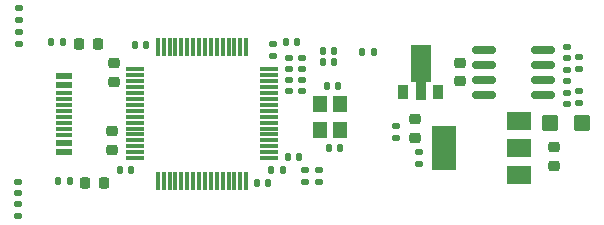
<source format=gtp>
G04 #@! TF.GenerationSoftware,KiCad,Pcbnew,7.0.1-0*
G04 #@! TF.CreationDate,2023-08-30T13:31:37-04:00*
G04 #@! TF.ProjectId,F405_pill,46343035-5f70-4696-9c6c-2e6b69636164,rev?*
G04 #@! TF.SameCoordinates,Original*
G04 #@! TF.FileFunction,Paste,Top*
G04 #@! TF.FilePolarity,Positive*
%FSLAX46Y46*%
G04 Gerber Fmt 4.6, Leading zero omitted, Abs format (unit mm)*
G04 Created by KiCad (PCBNEW 7.0.1-0) date 2023-08-30 13:31:37*
%MOMM*%
%LPD*%
G01*
G04 APERTURE LIST*
G04 Aperture macros list*
%AMRoundRect*
0 Rectangle with rounded corners*
0 $1 Rounding radius*
0 $2 $3 $4 $5 $6 $7 $8 $9 X,Y pos of 4 corners*
0 Add a 4 corners polygon primitive as box body*
4,1,4,$2,$3,$4,$5,$6,$7,$8,$9,$2,$3,0*
0 Add four circle primitives for the rounded corners*
1,1,$1+$1,$2,$3*
1,1,$1+$1,$4,$5*
1,1,$1+$1,$6,$7*
1,1,$1+$1,$8,$9*
0 Add four rect primitives between the rounded corners*
20,1,$1+$1,$2,$3,$4,$5,0*
20,1,$1+$1,$4,$5,$6,$7,0*
20,1,$1+$1,$6,$7,$8,$9,0*
20,1,$1+$1,$8,$9,$2,$3,0*%
%AMFreePoly0*
4,1,9,3.862500,-0.866500,0.737500,-0.866500,0.737500,-0.450000,-0.737500,-0.450000,-0.737500,0.450000,0.737500,0.450000,0.737500,0.866500,3.862500,0.866500,3.862500,-0.866500,3.862500,-0.866500,$1*%
G04 Aperture macros list end*
%ADD10RoundRect,0.135000X0.185000X-0.135000X0.185000X0.135000X-0.185000X0.135000X-0.185000X-0.135000X0*%
%ADD11RoundRect,0.225000X0.250000X-0.225000X0.250000X0.225000X-0.250000X0.225000X-0.250000X-0.225000X0*%
%ADD12RoundRect,0.225000X-0.250000X0.225000X-0.250000X-0.225000X0.250000X-0.225000X0.250000X0.225000X0*%
%ADD13RoundRect,0.140000X0.140000X0.170000X-0.140000X0.170000X-0.140000X-0.170000X0.140000X-0.170000X0*%
%ADD14RoundRect,0.135000X-0.135000X-0.185000X0.135000X-0.185000X0.135000X0.185000X-0.135000X0.185000X0*%
%ADD15RoundRect,0.218750X-0.218750X-0.256250X0.218750X-0.256250X0.218750X0.256250X-0.218750X0.256250X0*%
%ADD16R,2.000000X1.500000*%
%ADD17R,2.000000X3.800000*%
%ADD18RoundRect,0.140000X0.170000X-0.140000X0.170000X0.140000X-0.170000X0.140000X-0.170000X-0.140000X0*%
%ADD19R,1.200000X1.400000*%
%ADD20RoundRect,0.140000X-0.140000X-0.170000X0.140000X-0.170000X0.140000X0.170000X-0.140000X0.170000X0*%
%ADD21RoundRect,0.140000X-0.170000X0.140000X-0.170000X-0.140000X0.170000X-0.140000X0.170000X0.140000X0*%
%ADD22RoundRect,0.250000X-0.450000X-0.425000X0.450000X-0.425000X0.450000X0.425000X-0.450000X0.425000X0*%
%ADD23R,1.450000X0.600000*%
%ADD24R,1.450000X0.300000*%
%ADD25RoundRect,0.135000X-0.185000X0.135000X-0.185000X-0.135000X0.185000X-0.135000X0.185000X0.135000X0*%
%ADD26RoundRect,0.218750X0.256250X-0.218750X0.256250X0.218750X-0.256250X0.218750X-0.256250X-0.218750X0*%
%ADD27RoundRect,0.075000X0.700000X0.075000X-0.700000X0.075000X-0.700000X-0.075000X0.700000X-0.075000X0*%
%ADD28RoundRect,0.075000X0.075000X0.700000X-0.075000X0.700000X-0.075000X-0.700000X0.075000X-0.700000X0*%
%ADD29R,0.900000X1.300000*%
%ADD30FreePoly0,90.000000*%
%ADD31RoundRect,0.147500X-0.172500X0.147500X-0.172500X-0.147500X0.172500X-0.147500X0.172500X0.147500X0*%
%ADD32RoundRect,0.150000X-0.825000X-0.150000X0.825000X-0.150000X0.825000X0.150000X-0.825000X0.150000X0*%
G04 APERTURE END LIST*
D10*
X130900000Y-88966000D03*
X130900000Y-87946000D03*
D11*
X104901000Y-87713000D03*
X104901000Y-86163000D03*
D12*
X105007000Y-80412000D03*
X105007000Y-81962000D03*
D13*
X106490000Y-89400000D03*
X105530000Y-89400000D03*
X107780000Y-78860000D03*
X106820000Y-78860000D03*
D14*
X126070000Y-79430000D03*
X127090000Y-79430000D03*
D15*
X102112500Y-78800000D03*
X103687500Y-78800000D03*
D16*
X139300000Y-89900000D03*
X139300000Y-87600000D03*
D17*
X133000000Y-87600000D03*
D16*
X139300000Y-85300000D03*
D18*
X96940000Y-91380000D03*
X96940000Y-90420000D03*
D19*
X124180000Y-86033000D03*
X124180000Y-83833000D03*
X122480000Y-83833000D03*
X122480000Y-86033000D03*
D18*
X119860000Y-80890000D03*
X119860000Y-79930000D03*
X118514000Y-79763000D03*
X118514000Y-78803000D03*
D20*
X123061000Y-82300000D03*
X124021000Y-82300000D03*
D10*
X128960000Y-86730000D03*
X128960000Y-85710000D03*
D21*
X119858000Y-81814000D03*
X119858000Y-82774000D03*
D20*
X119750000Y-88330000D03*
X120710000Y-88330000D03*
D22*
X141950000Y-85500000D03*
X144650000Y-85500000D03*
D11*
X134350000Y-81925000D03*
X134350000Y-80375000D03*
D23*
X100795000Y-81450000D03*
X100795000Y-82250000D03*
D24*
X100795000Y-83450000D03*
X100795000Y-84450000D03*
X100795000Y-84950000D03*
X100795000Y-85950000D03*
D23*
X100795000Y-87950000D03*
X100795000Y-87150000D03*
D24*
X100795000Y-86450000D03*
X100795000Y-85450000D03*
X100795000Y-83950000D03*
X100795000Y-82950000D03*
D25*
X96930000Y-92350000D03*
X96930000Y-93370000D03*
D21*
X121000000Y-81820000D03*
X121000000Y-82780000D03*
D10*
X96975000Y-78810000D03*
X96975000Y-77790000D03*
D20*
X117150000Y-90500000D03*
X118110000Y-90500000D03*
D26*
X130500000Y-86687500D03*
X130500000Y-85112500D03*
D27*
X118167000Y-88429000D03*
X118167000Y-87929000D03*
X118167000Y-87429000D03*
X118167000Y-86929000D03*
X118167000Y-86429000D03*
X118167000Y-85929000D03*
X118167000Y-85429000D03*
X118167000Y-84929000D03*
X118167000Y-84429000D03*
X118167000Y-83929000D03*
X118167000Y-83429000D03*
X118167000Y-82929000D03*
X118167000Y-82429000D03*
X118167000Y-81929000D03*
X118167000Y-81429000D03*
X118167000Y-80929000D03*
D28*
X116242000Y-79004000D03*
X115742000Y-79004000D03*
X115242000Y-79004000D03*
X114742000Y-79004000D03*
X114242000Y-79004000D03*
X113742000Y-79004000D03*
X113242000Y-79004000D03*
X112742000Y-79004000D03*
X112242000Y-79004000D03*
X111742000Y-79004000D03*
X111242000Y-79004000D03*
X110742000Y-79004000D03*
X110242000Y-79004000D03*
X109742000Y-79004000D03*
X109242000Y-79004000D03*
X108742000Y-79004000D03*
D27*
X106817000Y-80929000D03*
X106817000Y-81429000D03*
X106817000Y-81929000D03*
X106817000Y-82429000D03*
X106817000Y-82929000D03*
X106817000Y-83429000D03*
X106817000Y-83929000D03*
X106817000Y-84429000D03*
X106817000Y-84929000D03*
X106817000Y-85429000D03*
X106817000Y-85929000D03*
X106817000Y-86429000D03*
X106817000Y-86929000D03*
X106817000Y-87429000D03*
X106817000Y-87929000D03*
X106817000Y-88429000D03*
D28*
X108742000Y-90354000D03*
X109242000Y-90354000D03*
X109742000Y-90354000D03*
X110242000Y-90354000D03*
X110742000Y-90354000D03*
X111242000Y-90354000D03*
X111742000Y-90354000D03*
X112242000Y-90354000D03*
X112742000Y-90354000D03*
X113242000Y-90354000D03*
X113742000Y-90354000D03*
X114242000Y-90354000D03*
X114742000Y-90354000D03*
X115242000Y-90354000D03*
X115742000Y-90354000D03*
X116242000Y-90354000D03*
D29*
X129500000Y-82850000D03*
D30*
X131000000Y-82762500D03*
D29*
X132500000Y-82850000D03*
D10*
X97000000Y-76735000D03*
X97000000Y-75715000D03*
D20*
X122700000Y-79350000D03*
X123660000Y-79350000D03*
D18*
X143400000Y-79980000D03*
X143400000Y-79020000D03*
D10*
X144450000Y-83770000D03*
X144450000Y-82750000D03*
D13*
X124180000Y-87600000D03*
X123220000Y-87600000D03*
D31*
X121000000Y-79915000D03*
X121000000Y-80885000D03*
D10*
X121200000Y-90460000D03*
X121200000Y-89440000D03*
X122400000Y-90460000D03*
X122400000Y-89440000D03*
D20*
X122710000Y-80330000D03*
X123670000Y-80330000D03*
X118370000Y-89420000D03*
X119330000Y-89420000D03*
D32*
X136375000Y-79295000D03*
X136375000Y-80565000D03*
X136375000Y-81835000D03*
X136375000Y-83105000D03*
X141325000Y-83105000D03*
X141325000Y-81835000D03*
X141325000Y-80565000D03*
X141325000Y-79295000D03*
D14*
X99680000Y-78640000D03*
X100700000Y-78640000D03*
D21*
X143400000Y-80970000D03*
X143400000Y-81930000D03*
D15*
X102612500Y-90500000D03*
X104187500Y-90500000D03*
D12*
X142300000Y-87525000D03*
X142300000Y-89075000D03*
D18*
X143400000Y-83880000D03*
X143400000Y-82920000D03*
D14*
X100290000Y-90400000D03*
X101310000Y-90400000D03*
D20*
X119570000Y-78600000D03*
X120530000Y-78600000D03*
D10*
X144450000Y-80910000D03*
X144450000Y-79890000D03*
M02*

</source>
